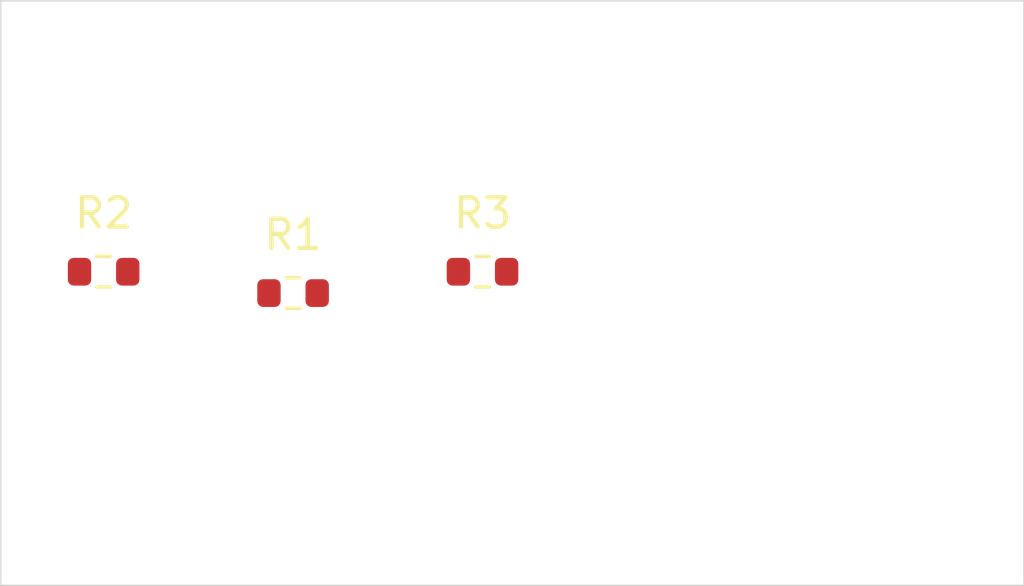
<source format=kicad_pcb>
(kicad_pcb (version 20241229) (generator "pcbnew") (generator_version "9.0")
  (layers (0 "F.Cu" signal) (2 "B.Cu" signal) (13 "F.Paste" user) (15 "B.Paste" user) (5 "F.SilkS" user "F.Silkscreen") (7 "B.SilkS" user "B.Silkscreen") (1 "F.Mask" user) (3 "B.Mask" user) (25 "Edge.Cuts" user))
  (net 0 "")
  (net 1 "GND")
  (net 2 "VCC")
  (footprint "Resistor_SMD:R_0603_1608Metric" (layer "F.Cu") (at 10.0 10.0)
    (property "Reference" "R1" (at 0 -2 0) (layer "F.SilkS") (effects (font (size 1.0 1.0))))
    (property "Value" "10k")
    (fp_line (start -0.237258 -0.5225) (end 0.237258 -0.5225) (stroke (width 0.12)) (layer "F.SilkS"))
    (fp_line (start -0.237258 0.5225) (end 0.237258 0.5225) (stroke (width 0.12)) (layer "F.SilkS"))
    (pad "1" smd roundrect (at -0.825 0.0) (size 0.8 0.95) (layers "F.Cu" "F.Mask" "F.Paste") (net 1 "GND"))
    (pad "2" smd roundrect (at 0.825 0.0) (size 0.8 0.95) (layers "F.Cu" "F.Mask" "F.Paste") (net 2 "VCC"))
  )
  (footprint "Resistor_SMD:R_0603_1608Metric" (layer "F.Cu") (at 3.5199999999999996 9.27)
    (property "Reference" "R2" (at 0 -2 0) (layer "F.SilkS") (effects (font (size 1.0 1.0))))
    (property "Value" "20k")
    (fp_line (start -0.237258 -0.5225) (end 0.237258 -0.5225) (stroke (width 0.12)) (layer "F.SilkS"))
    (fp_line (start -0.237258 0.5225) (end 0.237258 0.5225) (stroke (width 0.12)) (layer "F.SilkS"))
    (pad "1" smd roundrect (at -0.825 0.0) (size 0.8 0.95) (layers "F.Cu" "F.Mask" "F.Paste") (net 1 "GND"))
    (pad "2" smd roundrect (at 0.825 0.0) (size 0.8 0.95) (layers "F.Cu" "F.Mask" "F.Paste") (net 2 "VCC"))
  )
  (footprint "Resistor_SMD:R_0603_1608Metric" (layer "F.Cu") (at 16.48 9.27)
    (property "Reference" "R3" (at 0 -2 0) (layer "F.SilkS") (effects (font (size 1.0 1.0))))
    (property "Value" "30k")
    (fp_line (start -0.237258 -0.5225) (end 0.237258 -0.5225) (stroke (width 0.12)) (layer "F.SilkS"))
    (fp_line (start -0.237258 0.5225) (end 0.237258 0.5225) (stroke (width 0.12)) (layer "F.SilkS"))
    (pad "1" smd roundrect (at -0.825 0.0) (size 0.8 0.95) (layers "F.Cu" "F.Mask" "F.Paste") (net 1 "GND"))
    (pad "2" smd roundrect (at 0.825 0.0) (size 0.8 0.95) (layers "F.Cu" "F.Mask" "F.Paste") (net 2 "VCC"))
  )
  (gr_rect (start 0 0) (end 35.0 20.0) (stroke (width 0.05)) (fill no) (layer "Edge.Cuts"))
)
</source>
